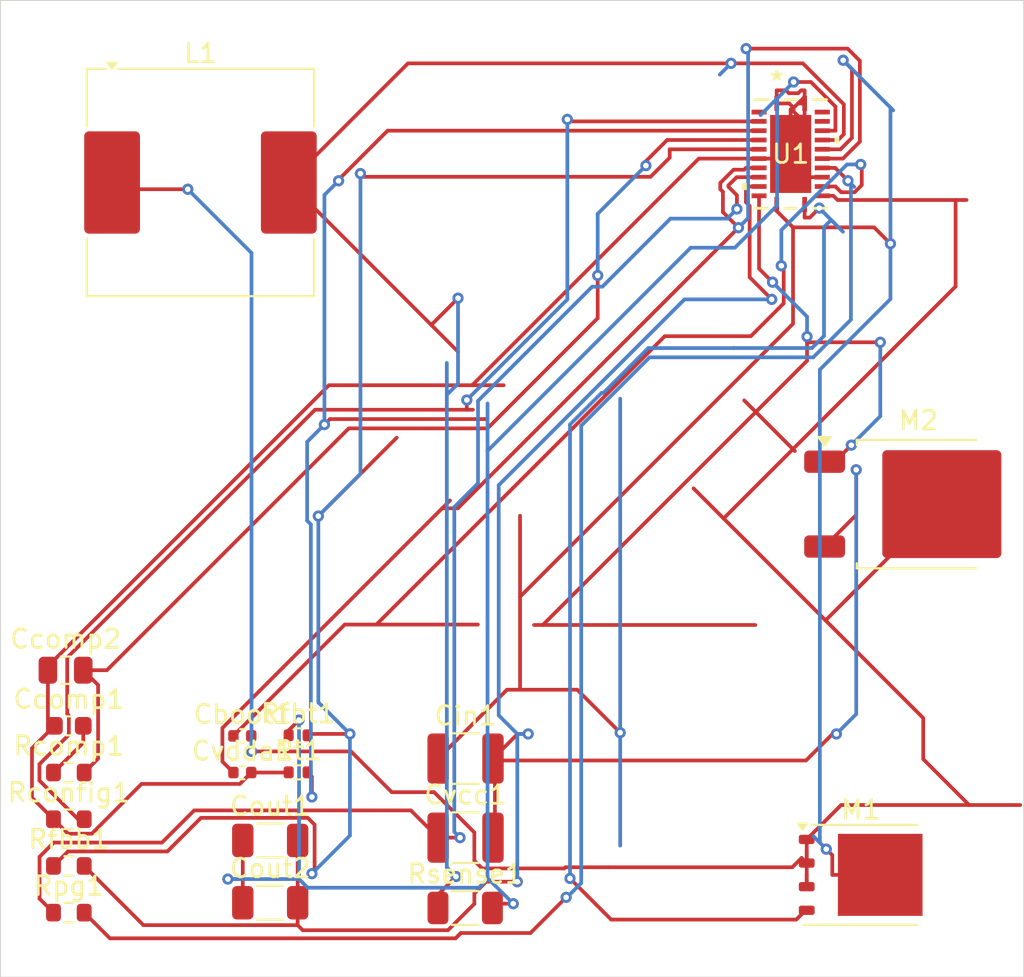
<source format=kicad_pcb>
(kicad_pcb (version 20241229) (generator "pcbnew") (generator_version "9.0")
  (layers (0 "F.Cu" signal) (2 "B.Cu" signal) (13 "F.Paste" user) (15 "B.Paste" user) (5 "F.SilkS" user "F.Silkscreen") (7 "B.SilkS" user "B.Silkscreen") (1 "F.Mask" user) (3 "B.Mask" user) (25 "Edge.Cuts" user))
  (net 0 "")
  (net 1 "Net-(Ccomp1-Pad2)")
  (net 2 "Net-(M2-D)")
  (net 3 "Net-(M1-G)")
  (net 4 "Net-(M2-G)")
  (net 5 "Net-(U1-CBOOT)")
  (net 6 "GNDREF")
  (net 7 "Net-(U1-EXTCOMP)")
  (net 8 "Net-(U1-VOUT)")
  (net 9 "Net-(U1-VCC)")
  (net 10 "Net-(U1-PFM{slash}SYNC)")
  (net 11 "Net-(U1-ISNS+)")
  (net 12 "Net-(U1-CNFG)")
  (net 13 "Net-(U1-FB)")
  (net 14 "Net-(U1-PG{slash}SYNCOUT)")
  (net 15 "Net-(U1-RT)")
  (net 19 "GNDPWR")
  (net 20 "VCC")
  (footprint "Capacitor_SMD:C_1210_3225Metric" (layer "F.Cu") (at 160.5 115.25)
    (property "Reference" "Cin1" (at 0 -2.3 0) (layer "F.SilkS"))
    (property "Value" "3.3u")
    (pad "1" smd roundrect (at -1.475 0) (size 1.15 2.7) (layers "F.Cu" "F.Mask" "F.Paste") (roundrect_rratio 0.217391) (net 20 "VCC"))
    (pad "2" smd roundrect (at 1.475 0) (size 1.15 2.7) (layers "F.Cu" "F.Mask" "F.Paste") (roundrect_rratio 0.217391) (net 19 "GNDPWR"))
  )
  (footprint "Resistor_SMD:R_0402_1005Metric" (layer "F.Cu") (at 151.5 114)
    (property "Reference" "Rfbt1" (at 0 -1.17 0) (layer "F.SilkS"))
    (property "Value" "232K")
    (pad "1" smd roundrect (at -0.51 0) (size 0.54 0.64) (layers "F.Cu" "F.Mask" "F.Paste") (net 8 "Net-(U1-VOUT)"))
    (pad "2" smd roundrect (at 0.51 0) (size 0.54 0.64) (layers "F.Cu" "F.Mask" "F.Paste") (net 13 "Net-(U1-FB)"))
  )
  (footprint "Resistor_SMD:R_0402_1005Metric" (layer "F.Cu") (at 151.5 115.99)
    (property "Reference" "Rt1" (at 0 -1.17 0) (layer "F.SilkS"))
    (property "Value" "29.4K")
    (pad "1" smd roundrect (at -0.51 0) (size 0.54 0.64) (layers "F.Cu" "F.Mask" "F.Paste") (net 6 "GNDREF"))
    (pad "2" smd roundrect (at 0.51 0) (size 0.54 0.64) (layers "F.Cu" "F.Mask" "F.Paste") (net 15 "Net-(U1-RT)"))
  )
  (footprint "Capacitor_SMD:C_0805_2012Metric" (layer "F.Cu") (at 139 110.5)
    (property "Reference" "Ccomp2" (at 0 -1.68 0) (layer "F.SilkS"))
    (property "Value" "68p")
    (pad "1" smd roundrect (at -0.95 0) (size 1 1.45) (layers "F.Cu" "F.Mask" "F.Paste") (net 6 "GNDREF"))
    (pad "2" smd roundrect (at 0.95 0) (size 1 1.45) (layers "F.Cu" "F.Mask" "F.Paste") (net 7 "Net-(U1-EXTCOMP)"))
  )
  (footprint "Inductor_SMD:L_Coilcraft_MSS1210-XXX" (layer "F.Cu") (at 146.25 84.285)
    (property "Reference" "L1" (at 0 -6.95 0) (layer "F.SilkS"))
    (property "Value" "10u")
    (pad "1" smd roundrect (at -4.75 0) (size 3 5.5) (layers "F.Cu" "F.Mask" "F.Paste") (roundrect_rratio 0.083333) (net 2 "Net-(M2-D)"))
    (pad "2" smd roundrect (at 4.75 0) (size 3 5.5) (layers "F.Cu" "F.Mask" "F.Paste") (roundrect_rratio 0.083333) (net 11 "Net-(U1-ISNS+)"))
  )
  (footprint "LM5149:VQFN24_RGY_TEX" (layer "F.Cu") (at 177.9747 82.75)
    (property "Reference" "U1" (at 0 0 0) (layer "F.SilkS"))
    (property "Value" "LM5149RGYR")
    (fp_text user "*" (at -0.75 -3.9068 0) (layer "F.SilkS"))
    (fp_text user "*" (at -0.75 -3.9068 0) (layer "F.SilkS"))
    (pad "1" smd rect (at -0.750001 -2.7154) (size 0.2548 0.807999) (layers "F.Cu" "F.Mask" "F.Paste") (net 6 "GNDREF"))
    (pad "2" smd rect (at -1.6994 -2.250001 90) (size 0.2548 0.807999) (layers "F.Cu" "F.Mask" "F.Paste"))
    (pad "3" smd rect (at -1.6994 -1.749999 90) (size 0.2548 0.807999) (layers "F.Cu" "F.Mask" "F.Paste") (net 12 "Net-(U1-CNFG)"))
    (pad "4" smd rect (at -1.6994 -1.25 90) (size 0.2548 0.807999) (layers "F.Cu" "F.Mask" "F.Paste") (net 15 "Net-(U1-RT)"))
    (pad "5" smd rect (at -1.6994 -0.750001 90) (size 0.2548 0.807999) (layers "F.Cu" "F.Mask" "F.Paste") (net 7 "Net-(U1-EXTCOMP)"))
    (pad "6" smd rect (at -1.6994 -0.25 90) (size 0.2548 0.807999) (layers "F.Cu" "F.Mask" "F.Paste") (net 13 "Net-(U1-FB)"))
    (pad "7" smd rect (at -1.6994 0.25 90) (size 0.2548 0.807999) (layers "F.Cu" "F.Mask" "F.Paste") (net 6 "GNDREF"))
    (pad "8" smd rect (at -1.6994 0.750001 90) (size 0.2548 0.807999) (layers "F.Cu" "F.Mask" "F.Paste") (net 10 "Net-(U1-PFM{slash}SYNC)"))
    (pad "9" smd rect (at -1.6994 1.25 90) (size 0.2548 0.807999) (layers "F.Cu" "F.Mask" "F.Paste") (net 9 "Net-(U1-VCC)"))
    (pad "10" smd rect (at -1.6994 1.749999 90) (size 0.2548 0.807999) (layers "F.Cu" "F.Mask" "F.Paste") (net 19 "GNDPWR"))
    (pad "11" smd rect (at -1.6994 2.250001 90) (size 0.2548 0.807999) (layers "F.Cu" "F.Mask" "F.Paste") (net 4 "Net-(M2-G)"))
    (pad "12" smd rect (at -0.750001 2.7154) (size 0.2548 0.807999) (layers "F.Cu" "F.Mask" "F.Paste") (net 20 "VCC"))
    (pad "13" smd rect (at 0.750001 2.7154) (size 0.2548 0.807999) (layers "F.Cu" "F.Mask" "F.Paste") (net 3 "Net-(M1-G)"))
    (pad "14" smd rect (at 1.6994 2.250001 90) (size 0.2548 0.807999) (layers "F.Cu" "F.Mask" "F.Paste") (net 2 "Net-(M2-D)"))
    (pad "15" smd rect (at 1.6994 1.749999 90) (size 0.2548 0.807999) (layers "F.Cu" "F.Mask" "F.Paste") (net 5 "Net-(U1-CBOOT)"))
    (pad "16" smd rect (at 1.6994 1.25 90) (size 0.2548 0.807999) (layers "F.Cu" "F.Mask" "F.Paste") (net 6 "GNDREF"))
    (pad "17" smd rect (at 1.6994 0.750001 90) (size 0.2548 0.807999) (layers "F.Cu" "F.Mask" "F.Paste") (net 14 "Net-(U1-PG{slash}SYNCOUT)"))
    (pad "18" smd rect (at 1.6994 0.25 90) (size 0.2548 0.807999) (layers "F.Cu" "F.Mask" "F.Paste") (net 10 "Net-(U1-PFM{slash}SYNC)"))
    (pad "19" smd rect (at 1.6994 -0.25 90) (size 0.2548 0.807999) (layers "F.Cu" "F.Mask" "F.Paste") (net 20 "VCC"))
    (pad "20" smd rect (at 1.6994 -0.750001 90) (size 0.2548 0.807999) (layers "F.Cu" "F.Mask" "F.Paste") (net 11 "Net-(U1-ISNS+)"))
    (pad "21" smd rect (at 1.6994 -1.25 90) (size 0.2548 0.807999) (layers "F.Cu" "F.Mask" "F.Paste") (net 8 "Net-(U1-VOUT)"))
    (pad "22" smd rect (at 1.6994 -1.749999 90) (size 0.2548 0.807999) (layers "F.Cu" "F.Mask" "F.Paste"))
    (pad "23" smd rect (at 1.6994 -2.250001 90) (size 0.2548 0.807999) (layers "F.Cu" "F.Mask" "F.Paste"))
    (pad "24" smd rect (at 0.750001 -2.7154) (size 0.2548 0.807999) (layers "F.Cu" "F.Mask" "F.Paste") (net 6 "GNDREF"))
    (pad "25" smd rect (at 0 0) (size 2.2098 4.191) (layers "F.Cu" "F.Mask" "F.Paste") (net 6 "GNDREF"))
  )
  (footprint "Resistor_SMD:R_0603_1608Metric" (layer "F.Cu") (at 139.175 123.53)
    (property "Reference" "Rpg1" (at 0 -1.43 0) (layer "F.SilkS"))
    (property "Value" "100k")
    (pad "1" smd roundrect (at -0.825 0) (size 0.8 0.95) (layers "F.Cu" "F.Mask" "F.Paste") (net 9 "Net-(U1-VCC)"))
    (pad "2" smd roundrect (at 0.825 0) (size 0.8 0.95) (layers "F.Cu" "F.Mask" "F.Paste") (net 14 "Net-(U1-PG{slash}SYNCOUT)"))
  )
  (footprint "Capacitor_SMD:C_0402_1005Metric" (layer "F.Cu") (at 148.5 114.03)
    (property "Reference" "Cboot1" (at 0 -1.16 0) (layer "F.SilkS"))
    (property "Value" "100n")
    (pad "1" smd roundrect (at -0.48 0) (size 0.56 0.62) (layers "F.Cu" "F.Mask" "F.Paste") (net 5 "Net-(U1-CBOOT)"))
    (pad "2" smd roundrect (at 0.48 0) (size 0.56 0.62) (layers "F.Cu" "F.Mask" "F.Paste") (net 2 "Net-(M2-D)"))
  )
  (footprint "Package_TO_SOT_SMD:TO-252-2" (layer "F.Cu") (at 184.84 101.5725)
    (property "Reference" "M2" (at 0 -4.5 0) (layer "F.SilkS"))
    (property "Value" "100V 200A")
    (pad "1" smd roundrect (at -5.04 -2.28) (size 2.2 1.2) (layers "F.Cu" "F.Mask" "F.Paste") (roundrect_rratio 0.208333) (net 4 "Net-(M2-G)"))
    (pad "2" smd roundrect (at 1.26 0) (size 6.4 5.8) (layers "F.Cu" "F.Mask") (roundrect_rratio 0.043103) (net 2 "Net-(M2-D)"))
    (pad "3" smd roundrect (at -5.04 2.28) (size 2.2 1.2) (layers "F.Cu" "F.Mask" "F.Paste") (roundrect_rratio 0.208333) (net 19 "GNDPWR"))
  )
  (footprint "Capacitor_SMD:C_0603_1608Metric" (layer "F.Cu") (at 139.175 113.49)
    (property "Reference" "Ccomp1" (at 0 -1.43 0) (layer "F.SilkS"))
    (property "Value" "2.7n")
    (pad "1" smd roundrect (at -0.775 0) (size 0.9 0.95) (layers "F.Cu" "F.Mask" "F.Paste") (net 6 "GNDREF"))
    (pad "2" smd roundrect (at 0.775 0) (size 0.9 0.95) (layers "F.Cu" "F.Mask" "F.Paste") (net 1 "Net-(Ccomp1-Pad2)"))
  )
  (footprint "Capacitor_SMD:C_1206_3216Metric" (layer "F.Cu") (at 150 123)
    (property "Reference" "Cout2" (at 0 -1.85 0) (layer "F.SilkS"))
    (property "Value" "4.7u")
    (pad "1" smd roundrect (at -1.475 0) (size 1.15 1.8) (layers "F.Cu" "F.Mask" "F.Paste") (roundrect_rratio 0.217391) (net 8 "Net-(U1-VOUT)"))
    (pad "2" smd roundrect (at 1.475 0) (size 1.15 1.8) (layers "F.Cu" "F.Mask" "F.Paste") (roundrect_rratio 0.217391) (net 19 "GNDPWR"))
  )
  (footprint "Package_TO_SOT_SMD:TDSON-8-1" (layer "F.Cu") (at 181.7385 121.5)
    (property "Reference" "M1" (at 0 -3.5 0) (layer "F.SilkS"))
    (property "Value" "80V 77A")
    (pad "1" smd roundrect (at -2.9 -1.905) (size 0.85 0.5) (layers "F.Cu" "F.Mask" "F.Paste") (net 2 "Net-(M2-D)"))
    (pad "2" smd roundrect (at -2.9 -0.635) (size 0.85 0.5) (layers "F.Cu" "F.Mask" "F.Paste") (net 2 "Net-(M2-D)"))
    (pad "3" smd roundrect (at -2.9 0.635) (size 0.85 0.5) (layers "F.Cu" "F.Mask" "F.Paste") (net 2 "Net-(M2-D)"))
    (pad "4" smd roundrect (at -2.9 1.905) (size 0.85 0.5) (layers "F.Cu" "F.Mask" "F.Paste") (net 3 "Net-(M1-G)"))
    (pad "5" smd rect (at 1.05 0) (size 4.55 4.41) (layers "F.Cu") (net 20 "VCC"))
  )
  (footprint "Capacitor_SMD:C_0402_1005Metric" (layer "F.Cu") (at 148.5 116)
    (property "Reference" "Cvdda1" (at 0 -1.16 0) (layer "F.SilkS"))
    (property "Value" "100n")
    (pad "1" smd roundrect (at -0.48 0) (size 0.56 0.62) (layers "F.Cu" "F.Mask" "F.Paste") (net 10 "Net-(U1-PFM{slash}SYNC)"))
    (pad "2" smd roundrect (at 0.48 0) (size 0.56 0.62) (layers "F.Cu" "F.Mask" "F.Paste") (net 6 "GNDREF"))
  )
  (footprint "Resistor_SMD:R_0603_1608Metric" (layer "F.Cu") (at 139.175 116)
    (property "Reference" "Rcomp1" (at 0 -1.43 0) (layer "F.SilkS"))
    (property "Value" "5.23k")
    (pad "1" smd roundrect (at -0.825 0) (size 0.8 0.95) (layers "F.Cu" "F.Mask" "F.Paste") (net 1 "Net-(Ccomp1-Pad2)"))
    (pad "2" smd roundrect (at 0.825 0) (size 0.8 0.95) (layers "F.Cu" "F.Mask" "F.Paste") (net 7 "Net-(U1-EXTCOMP)"))
  )
  (footprint "Resistor_SMD:R_0603_1608Metric" (layer "F.Cu") (at 139.175 118.51)
    (property "Reference" "Rconfig1" (at 0 -1.43 0) (layer "F.SilkS"))
    (property "Value" "40.2K")
    (pad "1" smd roundrect (at -0.825 0) (size 0.8 0.95) (layers "F.Cu" "F.Mask" "F.Paste") (net 6 "GNDREF"))
    (pad "2" smd roundrect (at 0.825 0) (size 0.8 0.95) (layers "F.Cu" "F.Mask" "F.Paste") (net 12 "Net-(U1-CNFG)"))
  )
  (footprint "Capacitor_SMD:C_1210_3225Metric" (layer "F.Cu") (at 160.5 119.5)
    (property "Reference" "Cvcc1" (at 0 -2.3 0) (layer "F.SilkS"))
    (property "Value" "2.2u")
    (pad "1" smd roundrect (at -1.475 0) (size 1.15 2.7) (layers "F.Cu" "F.Mask" "F.Paste") (roundrect_rratio 0.217391) (net 9 "Net-(U1-VCC)"))
    (pad "2" smd roundrect (at 1.475 0) (size 1.15 2.7) (layers "F.Cu" "F.Mask" "F.Paste") (roundrect_rratio 0.217391) (net 19 "GNDPWR"))
  )
  (footprint "Capacitor_SMD:C_1206_3216Metric" (layer "F.Cu") (at 150 119.65)
    (property "Reference" "Cout1" (at 0 -1.85 0) (layer "F.SilkS"))
    (property "Value" "4.7u")
    (pad "1" smd roundrect (at -1.475 0) (size 1.15 1.8) (layers "F.Cu" "F.Mask" "F.Paste") (roundrect_rratio 0.217391) (net 8 "Net-(U1-VOUT)"))
    (pad "2" smd roundrect (at 1.475 0) (size 1.15 1.8) (layers "F.Cu" "F.Mask" "F.Paste") (roundrect_rratio 0.217391) (net 19 "GNDPWR"))
  )
  (footprint "Resistor_SMD:R_0603_1608Metric" (layer "F.Cu") (at 139.175 121.02)
    (property "Reference" "Rfbb1" (at 0 -1.43 0) (layer "F.SilkS"))
    (property "Value" "10K")
    (pad "1" smd roundrect (at -0.825 0) (size 0.8 0.95) (layers "F.Cu" "F.Mask" "F.Paste") (net 13 "Net-(U1-FB)"))
    (pad "2" smd roundrect (at 0.825 0) (size 0.8 0.95) (layers "F.Cu" "F.Mask" "F.Paste") (net 19 "GNDPWR"))
  )
  (footprint "Resistor_SMD:R_1206_3216Metric" (layer "F.Cu") (at 160.48 123.28)
    (property "Reference" "Rsense1" (at 0 -1.83 0) (layer "F.SilkS"))
    (property "Value" "9m")
    (pad "1" smd roundrect (at -1.4625 0) (size 1.125 1.75) (layers "F.Cu" "F.Mask" "F.Paste") (roundrect_rratio 0.222222) (net 11 "Net-(U1-ISNS+)"))
    (pad "2" smd roundrect (at 1.4625 0) (size 1.125 1.75) (layers "F.Cu" "F.Mask" "F.Paste") (roundrect_rratio 0.222222) (net 8 "Net-(U1-VOUT)"))
  )
  (gr_rect (start 135.5 74.5) (end 190.5 127) (stroke (width 0.05)) (fill no) (layer "Edge.Cuts"))
  (segment (start 138.35 116) (end 139.95 114.4) (width 0.2) (layer "F.Cu") (net 1))
  (segment (start 139.95 114.4) (end 139.95 113.49) (width 0.2) (layer "F.Cu") (net 1))
  (segment (start 180.497 85.225) (end 186.84 85.225) (width 0.2) (layer "F.Cu") (net 2))
  (segment (start 186.84 89.8728) (end 174.37 102.343) (width 0.2) (layer "F.Cu") (net 2))
  (segment (start 178.838 120.865) (end 178.564 120.591) (width 0.2) (layer "F.Cu") (net 2))
  (segment (start 183.55 104.122) (end 182.0218 105.6502) (width 0.2) (layer "F.Cu") (net 2))
  (segment (start 168.176 121.091) (end 178.064 121.091) (width 0.2) (layer "F.Cu") (net 2))
  (segment (start 158.807 117.055) (end 156.532 117.055) (width 0.2) (layer "F.Cu") (net 2))
  (segment (start 186.0998 101.5722) (end 183.55 104.122) (width 0.2) (layer "F.Cu") (net 2))
  (segment (start 141.862 84.6469) (end 141.5 84.285) (width 0.2) (layer "F.Cu") (net 2))
  (segment (start 178.8385 119.595) (end 178.838 119.595) (width 0.2) (layer "F.Cu") (net 2))
  (segment (start 178.8385 121.5005) (end 178.8385 122.135) (width 0.2) (layer "F.Cu") (net 2))
  (segment (start 190.314 117.747) (end 187.567 117.747) (width 0.2) (layer "F.Cu") (net 2))
  (segment (start 178.838 121.5) (end 178.838 122.135) (width 0.2) (layer "F.Cu") (net 2))
  (segment (start 148.98 114.03) (end 148.994 114.044) (width 0.2) (layer "F.Cu") (net 2))
  (segment (start 148.994 114.044) (end 148.994 114.865) (width 0.2) (layer "F.Cu") (net 2))
  (segment (start 187.567 117.747) (end 185.1 115.28) (width 0.2) (layer "F.Cu") (net 2))
  (segment (start 161.387 121.154) (end 160.971 120.738) (width 0.2) (layer "F.Cu") (net 2))
  (segment (start 182.0218 105.6502) (end 182.0218 105.6504) (width 0.2) (layer "F.Cu") (net 2))
  (segment (start 145.569 84.6469) (end 141.862 84.6469) (width 0.2) (layer "F.Cu") (net 2))
  (segment (start 182.0218 105.6502) (end 180.925 106.747) (width 0.2) (layer "F.Cu") (net 2))
  (segment (start 178.838 121.5) (end 178.8385 121.5005) (width 0.2) (layer "F.Cu") (net 2))
  (segment (start 178.838 120.23) (end 178.8385 120.2305) (width 0.2) (layer "F.Cu") (net 2))
  (segment (start 154.342 114.865) (end 148.994 114.865) (width 0.2) (layer "F.Cu") (net 2))
  (segment (start 187.567 117.747) (end 180.686 117.747) (width 0.2) (layer "F.Cu") (net 2))
  (segment (start 186.0998 101.5723) (end 186.0998 101.5722) (width 0.2) (layer "F.Cu") (net 2))
  (segment (start 179.8499 107.8223) (end 185.1 113.072) (width 0.2) (layer "F.Cu") (net 2))
  (segment (start 179.674 85) (end 179.6741 85) (width 0.2) (layer "F.Cu") (net 2))
  (segment (start 183.55 104.122) (end 183.551 104.122) (width 0.2) (layer "F.Cu") (net 2))
  (segment (start 178.064 121.091) (end 178.564 120.591) (width 0.2) (layer "F.Cu") (net 2))
  (segment (start 178.838 119.595) (end 178.838 120.23) (width 0.2) (layer "F.Cu") (net 2))
  (segment (start 180.686 117.747) (end 178.838 119.595) (width 0.2) (layer "F.Cu") (net 2))
  (segment (start 182.0218 105.6504) (end 179.8499 107.8223) (width 0.2) (layer "F.Cu") (net 2))
  (segment (start 178.838 120.23) (end 178.838 120.865) (width 0.2) (layer "F.Cu") (net 2))
  (segment (start 183.551 104.122) (end 186.1 101.572) (width 0.2) (layer "F.Cu") (net 2))
  (segment (start 160.971 120.738) (end 160.971 119.219) (width 0.2) (layer "F.Cu") (net 2))
  (segment (start 180.272 85) (end 180.497 85.225) (width 0.2) (layer "F.Cu") (net 2))
  (segment (start 185.1 115.28) (end 185.1 113.072) (width 0.2) (layer "F.Cu") (net 2))
  (segment (start 156.532 117.055) (end 154.342 114.865) (width 0.2) (layer "F.Cu") (net 2))
  (segment (start 172.752 100.725) (end 174.37 102.343) (width 0.2) (layer "F.Cu") (net 2))
  (segment (start 168.176 121.091) (end 165.865 121.091) (width 0.2) (layer "F.Cu") (net 2))
  (segment (start 178.838 120.865) (end 178.838 121.5) (width 0.2) (layer "F.Cu") (net 2))
  (segment (start 186.84 85.225) (end 187.427 85.225) (width 0.2) (layer "F.Cu") (net 2))
  (segment (start 160.971 119.219) (end 158.807 117.055) (width 0.2) (layer "F.Cu") (net 2))
  (segment (start 186.1 101.572) (end 186.0998 101.5722) (width 0.2) (layer "F.Cu") (net 2))
  (segment (start 165.865 121.091) (end 165.803 121.154) (width 0.2) (layer "F.Cu") (net 2))
  (segment (start 186.84 85.225) (end 186.84 89.8728) (width 0.2) (layer "F.Cu") (net 2))
  (segment (start 174.37 102.343) (end 179.8499 107.8223) (width 0.2) (layer "F.Cu") (net 2))
  (segment (start 165.803 121.154) (end 161.387 121.154) (width 0.2) (layer "F.Cu") (net 2))
  (segment (start 186.1 101.5725) (end 186.0998 101.5723) (width 0.2) (layer "F.Cu") (net 2))
  (segment (start 178.8385 120.2305) (end 178.8385 120.865) (width 0.2) (layer "F.Cu") (net 2))
  (segment (start 179.6741 85) (end 180.272 85) (width 0.2) (layer "F.Cu") (net 2))
  (via (at 148.994 114.865) (size 0.6) (drill 0.3) (layers "F.Cu" "B.Cu") (net 2))
  (via (at 145.569 84.6469) (size 0.6) (drill 0.3) (layers "F.Cu" "B.Cu") (net 2))
  (segment (start 148.994 88.0723) (end 145.569 84.6469) (width 0.2) (layer "B.Cu") (net 2))
  (segment (start 148.994 114.865) (end 148.994 88.0723) (width 0.2) (layer "B.Cu") (net 2))
  (segment (start 178.7247 85.8179) (end 178.7247 85.4654) (width 0.2) (layer "F.Cu") (net 3))
  (segment (start 178.725 86.1711) (end 178.725 85.8182) (width 0.2) (layer "F.Cu") (net 3))
  (segment (start 178.776 123.405) (end 178.276 123.905) (width 0.2) (layer "F.Cu") (net 3))
  (segment (start 178.838 123.405) (end 178.776 123.405) (width 0.2) (layer "F.Cu") (net 3))
  (segment (start 178.276 123.905) (end 168.326 123.905) (width 0.2) (layer "F.Cu") (net 3))
  (segment (start 178.725 85.8182) (end 178.725 85.4654) (width 0.2) (layer "F.Cu") (net 3))
  (segment (start 178.725 85.8182) (end 178.7247 85.8179) (width 0.2) (layer "F.Cu") (net 3))
  (segment (start 178.8385 123.405) (end 178.838 123.405) (width 0.2) (layer "F.Cu") (net 3))
  (segment (start 178.776 123.405) (end 178.714 123.405) (width 0.2) (layer "F.Cu") (net 3))
  (segment (start 179.514 85.6618) (end 179.005 86.1711) (width 0.2) (layer "F.Cu") (net 3))
  (segment (start 179.005 86.1711) (end 178.725 86.1711) (width 0.2) (layer "F.Cu") (net 3))
  (segment (start 168.326 123.905) (end 166.114 121.693) (width 0.2) (layer "F.Cu") (net 3))
  (via (at 166.114 121.693) (size 0.6) (drill 0.3) (layers "F.Cu" "B.Cu") (net 3))
  (via (at 179.514 85.6618) (size 0.6) (drill 0.3) (layers "F.Cu" "B.Cu") (net 3))
  (segment (start 179.766 86.6842) (end 180.151 86.2988) (width 0.2) (layer "B.Cu") (net 3))
  (segment (start 179.514 85.6618) (end 180.151 86.2988) (width 0.2) (layer "B.Cu") (net 3))
  (segment (start 180.151 86.2988) (end 180.788 86.9359) (width 0.2) (layer "B.Cu") (net 3))
  (segment (start 174.906 93.1844) (end 174.907 93.1829) (width 0.2) (layer "B.Cu") (net 3))
  (segment (start 179.12 93.1829) (end 179.766 92.537) (width 0.2) (layer "B.Cu") (net 3))
  (segment (start 167.911 95.5935) (end 170.32 93.1844) (width 0.2) (layer "B.Cu") (net 3))
  (segment (start 170.32 93.1844) (end 174.906 93.1844) (width 0.2) (layer "B.Cu") (net 3))
  (segment (start 166.114 97.2933) (end 167.814 95.5935) (width 0.2) (layer "B.Cu") (net 3))
  (segment (start 166.114 121.693) (end 166.114 97.2933) (width 0.2) (layer "B.Cu") (net 3))
  (segment (start 167.814 95.5935) (end 167.911 95.5935) (width 0.2) (layer "B.Cu") (net 3))
  (segment (start 174.907 93.1829) (end 179.12 93.1829) (width 0.2) (layer "B.Cu") (net 3))
  (segment (start 179.766 92.537) (end 179.766 86.6842) (width 0.2) (layer "B.Cu") (net 3))
  (segment (start 176.1011 96.6206) (end 178.2 98.7195) (width 0.2) (layer "F.Cu") (net 4))
  (segment (start 176.275 88.9174) (end 176.999 89.6415) (width 0.2) (layer "F.Cu") (net 4))
  (segment (start 176.1011 96.6206) (end 178.855 93.8666) (width 0.2) (layer "F.Cu") (net 4))
  (segment (start 164.18 108.069) (end 164.653 108.069) (width 0.2) (layer "F.Cu") (net 4))
  (segment (start 178.855 92.8732) (end 178.855 92.5693) (width 0.2) (layer "F.Cu") (net 4))
  (segment (start 178.855 93.8666) (end 178.855 92.8732) (width 0.2) (layer "F.Cu") (net 4))
  (segment (start 176.2753 85) (end 176.275 85) (width 0.2) (layer "F.Cu") (net 4))
  (segment (start 164.653 108.069) (end 176.1011 96.6206) (width 0.2) (layer "F.Cu") (net 4))
  (segment (start 164.653 108.069) (end 176.077 108.069) (width 0.2) (layer "F.Cu") (net 4))
  (segment (start 175.477 95.9965) (end 176.1011 96.6206) (width 0.2) (layer "F.Cu") (net 4))
  (segment (start 179.8 99.2925) (end 179.8 99.2922) (width 0.2) (layer "F.Cu") (net 4))
  (segment (start 178.855 92.8732) (end 182.7915 92.8732) (width 0.2) (layer "F.Cu") (net 4))
  (segment (start 179.8 99.2922) (end 179.8 99.292) (width 0.2) (layer "F.Cu") (net 4))
  (segment (start 176.275 85) (end 176.275 88.9174) (width 0.2) (layer "F.Cu") (net 4))
  (segment (start 179.8 99.2922) (end 180.346 99.2922) (width 0.2) (layer "F.Cu") (net 4))
  (segment (start 180.346 99.2922) (end 181.2357 98.4025) (width 0.2) (layer "F.Cu") (net 4))
  (via (at 182.7915 92.8732) (size 0.6) (drill 0.3) (layers "F.Cu" "B.Cu") (net 4))
  (via (at 176.999 89.6415) (size 0.6) (drill 0.3) (layers "F.Cu" "B.Cu") (net 4))
  (via (at 181.2357 98.4025) (size 0.6) (drill 0.3) (layers "F.Cu" "B.Cu") (net 4))
  (via (at 178.855 92.5693) (size 0.6) (drill 0.3) (layers "F.Cu" "B.Cu") (net 4))
  (segment (start 181.2357 98.4025) (end 182.7915 96.8467) (width 0.2) (layer "B.Cu") (net 4))
  (segment (start 178.855 92.5693) (end 178.855 91.4967) (width 0.2) (layer "B.Cu") (net 4))
  (segment (start 178.855 91.4967) (end 176.999 89.6415) (width 0.2) (layer "B.Cu") (net 4))
  (segment (start 182.7915 96.8467) (end 182.7915 92.8732) (width 0.2) (layer "B.Cu") (net 4))
  (segment (start 161.16 108.046) (end 155.707 108.046) (width 0.2) (layer "F.Cu") (net 5))
  (segment (start 180.69 84.8078) (end 180.383 84.5) (width 0.2) (layer "F.Cu") (net 5))
  (segment (start 181.796 84.4237) (end 181.412 84.8078) (width 0.2) (layer "F.Cu") (net 5))
  (segment (start 181.412 84.8078) (end 180.69 84.8078) (width 0.2) (layer "F.Cu") (net 5))
  (segment (start 177.601 88.8888) (end 177.472 88.7595) (width 0.2) (layer "F.Cu") (net 5))
  (segment (start 177.601 90.7788) (end 177.601 88.8888) (width 0.2) (layer "F.Cu") (net 5))
  (segment (start 154.004 108.046) (end 148.02 114.03) (width 0.2) (layer "F.Cu") (net 5))
  (segment (start 180.383 84.5) (end 179.6741 84.5) (width 0.2) (layer "F.Cu") (net 5))
  (segment (start 181.739 83.3132) (end 181.796 83.3699) (width 0.2) (layer "F.Cu") (net 5))
  (segment (start 155.707 108.046) (end 171.208 92.5456) (width 0.2) (layer "F.Cu") (net 5))
  (segment (start 175.834 92.5456) (end 177.601 90.7788) (width 0.2) (layer "F.Cu") (net 5))
  (segment (start 171.208 92.5456) (end 175.834 92.5456) (width 0.2) (layer "F.Cu") (net 5))
  (segment (start 155.707 108.046) (end 154.004 108.046) (width 0.2) (layer "F.Cu") (net 5))
  (segment (start 179.6741 84.5) (end 179.674 84.5) (width 0.2) (layer "F.Cu") (net 5))
  (segment (start 181.796 83.3699) (end 181.796 84.4237) (width 0.2) (layer "F.Cu") (net 5))
  (via (at 181.739 83.3132) (size 0.6) (drill 0.3) (layers "F.Cu" "B.Cu") (net 5))
  (via (at 177.472 88.7595) (size 0.6) (drill 0.3) (layers "F.Cu" "B.Cu") (net 5))
  (segment (start 177.472 86.8448) (end 181.003 83.3132) (width 0.2) (layer "B.Cu") (net 5))
  (segment (start 177.472 88.7595) (end 177.472 86.8448) (width 0.2) (layer "B.Cu") (net 5))
  (segment (start 181.003 83.3132) (end 181.739 83.3132) (width 0.2) (layer "B.Cu") (net 5))
  (segment (start 137.194 117.354) (end 138.35 118.51) (width 0.2) (layer "F.Cu") (net 6))
  (segment (start 150.98 116) (end 148.98 116) (width 0.2) (layer "F.Cu") (net 6))
  (segment (start 177.975 80.3528) (end 177.975 82.75) (width 0.2) (layer "F.Cu") (net 6))
  (segment (start 178.372 80.0346) (end 178.134 80.2726) (width 0.2) (layer "F.Cu") (net 6))
  (segment (start 178.537 79.3289) (end 178.725 79.3289) (width 0.2) (layer "F.Cu") (net 6))
  (segment (start 177.9747 82.75) (end 177.9748 82.7501) (width 0.2) (layer "F.Cu") (net 6))
  (segment (start 177.9748 82.7501) (end 177.975 82.7501) (width 0.2) (layer "F.Cu") (net 6))
  (segment (start 177.896 80.0346) (end 178.134 80.2726) (width 0.2) (layer "F.Cu") (net 6))
  (segment (start 178.7247 80.0346) (end 178.372 80.0346) (width 0.2) (layer "F.Cu") (net 6))
  (segment (start 178.403 80.7403) (end 178.134 80.4718) (width 0.2) (layer "F.Cu") (net 6))
  (segment (start 160.88 95.156) (end 160.88 95.1817) (width 0.2) (layer "F.Cu") (net 6))
  (segment (start 178.725 80.7403) (end 178.403 80.7403) (width 0.2) (layer "F.Cu") (net 6))
  (segment (start 177.225 80.0346) (end 177.225 79.3289) (width 0.2) (layer "F.Cu") (net 6))
  (segment (start 177.975 82.7501) (end 177.847 82.8781) (width 0.2) (layer "F.Cu") (net 6))
  (segment (start 138.4 113.49) (end 137.194 114.696) (width 0.2) (layer "F.Cu") (net 6))
  (segment (start 177.225 79.3289) (end 177.726 79.3289) (width 0.2) (layer "F.Cu") (net 6))
  (segment (start 179.6741 84) (end 179.674 84) (width 0.2) (layer "F.Cu") (net 6))
  (segment (start 140.408 119.288) (end 139.128 119.288) (width 0.2) (layer "F.Cu") (net 6))
  (segment (start 178.968 84) (end 177.847 82.8781) (width 0.2) (layer "F.Cu") (net 6))
  (segment (start 153.155 95.1817) (end 138.05 110.287) (width 0.2) (layer "F.Cu") (net 6))
  (segment (start 160.88 95.1817) (end 153.155 95.1817) (width 0.2) (layer "F.Cu") (net 6))
  (segment (start 178.134 80.2726) (end 178.054 80.3528) (width 0.2) (layer "F.Cu") (net 6))
  (segment (start 177.2247 80.0346) (end 177.225 80.0346) (width 0.2) (layer "F.Cu") (net 6))
  (segment (start 178.725 79.6817) (end 178.725 80.7403) (width 0.2) (layer "F.Cu") (net 6))
  (segment (start 138.4 113.49) (end 138.05 113.14) (width 0.2) (layer "F.Cu") (net 6))
  (segment (start 179.674 84) (end 178.968 84) (width 0.2) (layer "F.Cu") (net 6))
  (segment (start 138.05 113.14) (end 138.05 110.5) (width 0.2) (layer "F.Cu") (net 6))
  (segment (start 139.128 119.288) (end 138.35 118.51) (width 0.2) (layer "F.Cu") (net 6))
  (segment (start 148.98 116) (end 148.368 116.612) (width 0.2) (layer "F.Cu") (net 6))
  (segment (start 173.036 83) (end 160.88 95.156) (width 0.2) (layer "F.Cu") (net 6))
  (segment (start 177.225 80.0346) (end 177.896 80.0346) (width 0.2) (layer "F.Cu") (net 6))
  (segment (start 162.551 95.1817) (end 160.88 95.1817) (width 0.2) (layer "F.Cu") (net 6))
  (segment (start 176.2753 83) (end 173.036 83) (width 0.2) (layer "F.Cu") (net 6))
  (segment (start 178.725 79.6817) (end 178.372 80.0346) (width 0.2) (layer "F.Cu") (net 6))
  (segment (start 148.368 116.612) (end 143.084 116.612) (width 0.2) (layer "F.Cu") (net 6))
  (segment (start 178.134 80.4718) (end 178.134 80.2726) (width 0.2) (layer "F.Cu") (net 6))
  (segment (start 177.726 79.3289) (end 177.883 79.4853) (width 0.2) (layer "F.Cu") (net 6))
  (segment (start 177.975 82.75) (end 177.975 82.7501) (width 0.2) (layer "F.Cu") (net 6))
  (segment (start 177.847 82.8781) (end 177.725 83) (width 0.2) (layer "F.Cu") (net 6))
  (segment (start 138.05 110.287) (end 138.05 110.5) (width 0.2) (layer "F.Cu") (net 6))
  (segment (start 137.194 114.696) (end 137.194 117.354) (width 0.2) (layer "F.Cu") (net 6))
  (segment (start 178.725 79.3289) (end 178.725 79.6817) (width 0.2) (layer "F.Cu") (net 6))
  (segment (start 150.99 115.99) (end 150.98 116) (width 0.2) (layer "F.Cu") (net 6))
  (segment (start 177.883 79.4853) (end 178.381 79.4853) (width 0.2) (layer "F.Cu") (net 6))
  (segment (start 178.381 79.4853) (end 178.537 79.3289) (width 0.2) (layer "F.Cu") (net 6))
  (segment (start 143.084 116.612) (end 140.408 119.288) (width 0.2) (layer "F.Cu") (net 6))
  (segment (start 177.975 82.75) (end 177.975 82.7501) (width 0.2) (layer "F.Cu") (net 6))
  (segment (start 177.725 83) (end 176.2753 83) (width 0.2) (layer "F.Cu") (net 6))
  (segment (start 178.054 80.3528) (end 177.975 80.3528) (width 0.2) (layer "F.Cu") (net 6))
  (segment (start 139.95 110.5) (end 141.221 110.5) (width 0.2) (layer "F.Cu") (net 7))
  (segment (start 167.603 91.5762) (end 167.603 89.2837) (width 0.2) (layer "F.Cu") (net 7))
  (segment (start 161.68 97.5) (end 167.603 91.5762) (width 0.2) (layer "F.Cu") (net 7))
  (segment (start 176.2753 82) (end 176.275 82) (width 0.2) (layer "F.Cu") (net 7))
  (segment (start 140.747 111.297) (end 139.95 110.5) (width 0.2) (layer "F.Cu") (net 7))
  (segment (start 141.221 110.5) (end 154.221 97.5) (width 0.2) (layer "F.Cu") (net 7))
  (segment (start 170.194 83.376) (end 170.194 83.1403) (width 0.2) (layer "F.Cu") (net 7))
  (segment (start 140.747 115.253) (end 140.747 111.297) (width 0.2) (layer "F.Cu") (net 7))
  (segment (start 170.194 83.1403) (end 171.335 82) (width 0.2) (layer "F.Cu") (net 7))
  (segment (start 140 116) (end 140.747 115.253) (width 0.2) (layer "F.Cu") (net 7))
  (segment (start 154.221 97.5) (end 161.68 97.5) (width 0.2) (layer "F.Cu") (net 7))
  (segment (start 171.335 82) (end 176.275 82) (width 0.2) (layer "F.Cu") (net 7))
  (via (at 170.194 83.376) (size 0.6) (drill 0.3) (layers "F.Cu" "B.Cu") (net 7))
  (via (at 167.603 89.2837) (size 0.6) (drill 0.3) (layers "F.Cu" "B.Cu") (net 7))
  (segment (start 167.603 85.967) (end 170.194 83.376) (width 0.2) (layer "B.Cu") (net 7))
  (segment (start 167.603 89.2837) (end 167.603 85.967) (width 0.2) (layer "B.Cu") (net 7))
  (segment (start 148.525 121.727) (end 148.525 123) (width 0.2) (layer "F.Cu") (net 8))
  (segment (start 163.063 123.05) (end 162.173 123.05) (width 0.2) (layer "F.Cu") (net 8))
  (segment (start 162 123.2225) (end 161.9423 123.2798) (width 0.2) (layer "F.Cu") (net 8))
  (segment (start 162 123.2225) (end 161.9423 123.2798) (width 0.2) (layer "F.Cu") (net 8))
  (segment (start 180.38 80.2007) (end 179.063 78.8836) (width 0.2) (layer "F.Cu") (net 8))
  (segment (start 162.058 123.165) (end 162 123.2225) (width 0.2) (layer "F.Cu") (net 8))
  (segment (start 148.525 121.727) (end 147.723 121.727) (width 0.2) (layer "F.Cu") (net 8))
  (segment (start 179.674 81.5) (end 179.6741 81.5) (width 0.2) (layer "F.Cu") (net 8))
  (segment (start 162 123.2225) (end 161.9425 123.28) (width 0.2) (layer "F.Cu") (net 8))
  (segment (start 151.548 113.178) (end 150.99 113.736) (width 0.2) (layer "F.Cu") (net 8))
  (segment (start 180.38 81.5) (end 180.38 80.2007) (width 0.2) (layer "F.Cu") (net 8))
  (segment (start 150.99 113.736) (end 150.99 114) (width 0.2) (layer "F.Cu") (net 8))
  (segment (start 148.525 119.65) (end 148.525 121.727) (width 0.2) (layer "F.Cu") (net 8))
  (segment (start 162.173 123.05) (end 162.058 123.165) (width 0.2) (layer "F.Cu") (net 8))
  (segment (start 179.063 78.8836) (end 178.132 78.8836) (width 0.2) (layer "F.Cu") (net 8))
  (segment (start 179.6741 81.5) (end 180.38 81.5) (width 0.2) (layer "F.Cu") (net 8))
  (segment (start 162.058 123.165) (end 162 123.2225) (width 0.2) (layer "F.Cu") (net 8))
  (via (at 151.548 113.178) (size 0.6) (drill 0.3) (layers "F.Cu" "B.Cu") (net 8))
  (via (at 163.063 123.05) (size 0.6) (drill 0.3) (layers "F.Cu" "B.Cu") (net 8))
  (via (at 147.723 121.727) (size 0.6) (drill 0.3) (layers "F.Cu" "B.Cu") (net 8))
  (via (at 178.132 78.8836) (size 0.6) (drill 0.3) (layers "F.Cu" "B.Cu") (net 8))
  (segment (start 177.244 79.7721) (end 176.355 80.6606) (width 0.2) (layer "B.Cu") (net 8))
  (segment (start 161.681 96.1606) (end 161.681 98.7114) (width 0.2) (layer "B.Cu") (net 8))
  (segment (start 174.975 87.7902) (end 172.602 87.7902) (width 0.2) (layer "B.Cu") (net 8))
  (segment (start 151.548 121.727) (end 151.548 113.178) (width 0.2) (layer "B.Cu") (net 8))
  (segment (start 178.132 78.8836) (end 177.244 79.7721) (width 0.2) (layer "B.Cu") (net 8))
  (segment (start 161.215 122.192) (end 161.681 121.727) (width 0.2) (layer "B.Cu") (net 8))
  (segment (start 152.014 122.192) (end 161.215 122.192) (width 0.2) (layer "B.Cu") (net 8))
  (segment (start 177.244 85.5217) (end 174.975 87.7902) (width 0.2) (layer "B.Cu") (net 8))
  (segment (start 161.74 121.727) (end 163.063 123.05) (width 0.2) (layer "B.Cu") (net 8))
  (segment (start 172.602 87.7902) (end 161.681 98.7114) (width 0.2) (layer "B.Cu") (net 8))
  (segment (start 161.681 121.727) (end 161.74 121.727) (width 0.2) (layer "B.Cu") (net 8))
  (segment (start 161.681 98.7114) (end 161.681 121.727) (width 0.2) (layer "B.Cu") (net 8))
  (segment (start 151.548 121.727) (end 152.014 122.192) (width 0.2) (layer "B.Cu") (net 8))
  (segment (start 177.244 79.7721) (end 177.244 85.5217) (width 0.2) (layer "B.Cu") (net 8))
  (segment (start 147.723 121.727) (end 151.548 121.727) (width 0.2) (layer "B.Cu") (net 8))
  (segment (start 144.182 119.765) (end 138.363 119.765) (width 0.2) (layer "F.Cu") (net 9))
  (segment (start 145.912 118.036) (end 144.182 119.765) (width 0.2) (layer "F.Cu") (net 9))
  (segment (start 159.025 119.5) (end 160.203 119.5) (width 0.2) (layer "F.Cu") (net 9))
  (segment (start 137.601 120.528) (end 137.601 122.781) (width 0.2) (layer "F.Cu") (net 9))
  (segment (start 174.634 84.5178) (end 174.634 84.4352) (width 0.2) (layer "F.Cu") (net 9))
  (segment (start 138.363 119.765) (end 137.601 120.528) (width 0.2) (layer "F.Cu") (net 9))
  (segment (start 174.634 84.4352) (end 175.07 84) (width 0.2) (layer "F.Cu") (net 9))
  (segment (start 137.601 122.781) (end 138.35 123.53) (width 0.2) (layer "F.Cu") (net 9))
  (segment (start 175.085 84.9687) (end 174.634 84.5178) (width 0.2) (layer "F.Cu") (net 9))
  (segment (start 175.085 85.71) (end 175.085 84.9687) (width 0.2) (layer "F.Cu") (net 9))
  (segment (start 175.07 84) (end 176.275 84) (width 0.2) (layer "F.Cu") (net 9))
  (segment (start 176.2753 84) (end 176.275 84) (width 0.2) (layer "F.Cu") (net 9))
  (segment (start 157.56 118.036) (end 145.912 118.036) (width 0.2) (layer "F.Cu") (net 9))
  (segment (start 159.025 119.5) (end 157.56 118.036) (width 0.2) (layer "F.Cu") (net 9))
  (via (at 160.203 119.5) (size 0.6) (drill 0.3) (layers "F.Cu" "B.Cu") (net 9))
  (via (at 175.085 85.71) (size 0.6) (drill 0.3) (layers "F.Cu" "B.Cu") (net 9))
  (segment (start 174.568 86.2276) (end 175.085 85.71) (width 0.2) (layer "B.Cu") (net 9))
  (segment (start 159.894 101.728) (end 161.169 100.453) (width 0.2) (layer "B.Cu") (net 9))
  (segment (start 161.169 96.0232) (end 167.306 89.8854) (width 0.2) (layer "B.Cu") (net 9))
  (segment (start 161.169 100.453) (end 161.169 96.0232) (width 0.2) (layer "B.Cu") (net 9))
  (segment (start 160.203 119.5) (end 159.894 119.191) (width 0.2) (layer "B.Cu") (net 9))
  (segment (start 167.853 89.8854) (end 171.51 86.2276) (width 0.2) (layer "B.Cu") (net 9))
  (segment (start 159.894 119.191) (end 159.894 101.728) (width 0.2) (layer "B.Cu") (net 9))
  (segment (start 171.51 86.2276) (end 174.568 86.2276) (width 0.2) (layer "B.Cu") (net 9))
  (segment (start 167.306 89.8854) (end 167.853 89.8854) (width 0.2) (layer "B.Cu") (net 9))
  (segment (start 147.43 113.608) (end 159.242 101.796) (width 0.2) (layer "F.Cu") (net 10))
  (segment (start 159.242 101.796) (end 160.087 101.796) (width 0.2) (layer "F.Cu") (net 10))
  (segment (start 176.2753 83.5) (end 176.275 83.5) (width 0.2) (layer "F.Cu") (net 10))
  (segment (start 175.57 83.5) (end 175.471 83.5983) (width 0.2) (layer "F.Cu") (net 10))
  (segment (start 181.037 77.0891) (end 175.58 77.0891) (width 0.2) (layer "F.Cu") (net 10))
  (segment (start 179.674 83) (end 179.6741 83) (width 0.2) (layer "F.Cu") (net 10))
  (segment (start 176.275 83.5) (end 175.57 83.5) (width 0.2) (layer "F.Cu") (net 10))
  (segment (start 148.02 116) (end 147.43 115.41) (width 0.2) (layer "F.Cu") (net 10))
  (segment (start 174.903 83.5983) (end 174.191 84.3102) (width 0.2) (layer "F.Cu") (net 10))
  (segment (start 181.694 77.7455) (end 181.037 77.0891) (width 0.2) (layer "F.Cu") (net 10))
  (segment (start 180.784 83) (end 181.694 82.0901) (width 0.2) (layer "F.Cu") (net 10))
  (segment (start 174.334 85.8781) (end 175.169 86.7137) (width 0.2) (layer "F.Cu") (net 10))
  (segment (start 179.6741 83) (end 180.784 83) (width 0.2) (layer "F.Cu") (net 10))
  (segment (start 181.694 82.0901) (end 181.694 77.7455) (width 0.2) (layer "F.Cu") (net 10))
  (segment (start 175.471 83.5983) (end 174.903 83.5983) (width 0.2) (layer "F.Cu") (net 10))
  (segment (start 174.191 84.6428) (end 174.334 84.7852) (width 0.2) (layer "F.Cu") (net 10))
  (segment (start 147.43 115.41) (end 147.43 113.608) (width 0.2) (layer "F.Cu") (net 10))
  (segment (start 160.087 101.796) (end 175.169 86.7137) (width 0.2) (layer "F.Cu") (net 10))
  (segment (start 159.242 101.796) (end 159.66 101.378) (width 0.2) (layer "F.Cu") (net 10))
  (segment (start 174.334 84.7852) (end 174.334 85.8781) (width 0.2) (layer "F.Cu") (net 10))
  (segment (start 174.191 84.3102) (end 174.191 84.6428) (width 0.2) (layer "F.Cu") (net 10))
  (via (at 175.169 86.7137) (size 0.6) (drill 0.3) (layers "F.Cu" "B.Cu") (net 10))
  (via (at 175.58 77.0891) (size 0.6) (drill 0.3) (layers "F.Cu" "B.Cu") (net 10))
  (segment (start 175.169 86.7137) (end 175.687 86.1961) (width 0.2) (layer "B.Cu") (net 10))
  (segment (start 175.687 77.1965) (end 175.58 77.0891) (width 0.2) (layer "B.Cu") (net 10))
  (segment (start 175.687 86.1961) (end 175.687 77.1965) (width 0.2) (layer "B.Cu") (net 10))
  (segment (start 174.769 77.8801) (end 157.405 77.8801) (width 0.2) (layer "F.Cu") (net 11))
  (segment (start 151 84.285) (end 158.656 91.9413) (width 0.2) (layer "F.Cu") (net 11))
  (segment (start 159.018 122.92) (end 159.018 123.28) (width 0.2) (layer "F.Cu") (net 11))
  (segment (start 159.018 122.92) (end 159.018 123.28) (width 0.2) (layer "F.Cu") (net 11))
  (segment (start 178.63 77.8801) (end 180.833 80.0834) (width 0.2) (layer "F.Cu") (net 11))
  (segment (start 159.986 121.591) (end 159.018 122.559) (width 0.2) (layer "F.Cu") (net 11))
  (segment (start 159.0175 123.28) (end 159.018 123.28) (width 0.2) (layer "F.Cu") (net 11))
  (segment (start 160.094 90.5013) (end 160.094 90.5036) (width 0.2) (layer "F.Cu") (net 11))
  (segment (start 160.094 90.5036) (end 158.656 91.9413) (width 0.2) (layer "F.Cu") (net 11))
  (segment (start 174.769 77.8801) (end 178.63 77.8801) (width 0.2) (layer "F.Cu") (net 11))
  (segment (start 158.656 91.9413) (end 160.095 93.3801) (width 0.2) (layer "F.Cu") (net 11))
  (segment (start 159.018 122.559) (end 159.018 122.92) (width 0.2) (layer "F.Cu") (net 11))
  (segment (start 157.405 77.8801) (end 151 84.285) (width 0.2) (layer "F.Cu") (net 11))
  (segment (start 179.6741 82) (end 179.674 82) (width 0.2) (layer "F.Cu") (net 11))
  (segment (start 180.833 81.6891) (end 180.522 82) (width 0.2) (layer "F.Cu") (net 11))
  (segment (start 180.833 80.0834) (end 180.833 81.6891) (width 0.2) (layer "F.Cu") (net 11))
  (segment (start 180.522 82) (end 179.6741 82) (width 0.2) (layer "F.Cu") (net 11))
  (via (at 174.769 77.8801) (size 0.6) (drill 0.3) (layers "F.Cu" "B.Cu") (net 11))
  (via (at 159.986 121.591) (size 0.6) (drill 0.3) (layers "F.Cu" "B.Cu") (net 11))
  (via (at 160.094 90.5013) (size 0.6) (drill 0.3) (layers "F.Cu" "B.Cu") (net 11))
  (segment (start 159.492 121.097) (end 159.986 121.591) (width 0.2) (layer "B.Cu") (net 11))
  (segment (start 160.094 95.0982) (end 160.094 90.5013) (width 0.2) (layer "B.Cu") (net 11))
  (segment (start 159.492 95.7001) (end 160.094 95.0982) (width 0.2) (layer "B.Cu") (net 11))
  (segment (start 159.492 93.9833) (end 159.492 95.7001) (width 0.2) (layer "B.Cu") (net 11))
  (segment (start 174.769 77.8801) (end 174.166 78.4833) (width 0.2) (layer "B.Cu") (net 11))
  (segment (start 159.492 95.7001) (end 159.492 121.097) (width 0.2) (layer "B.Cu") (net 11))
  (segment (start 166.078 81) (end 165.97 80.8922) (width 0.2) (layer "F.Cu") (net 12))
  (segment (start 160.896 96.5) (end 160.567 96.5) (width 0.2) (layer "F.Cu") (net 12))
  (segment (start 139.088 109.82) (end 139.088 112.85) (width 0.2) (layer "F.Cu") (net 12))
  (segment (start 152.408 96.5) (end 139.088 109.82) (width 0.2) (layer "F.Cu") (net 12))
  (segment (start 139.175 112.938) (end 139.175 113.972) (width 0.2) (layer "F.Cu") (net 12))
  (segment (start 160.567 96.5) (end 152.408 96.5) (width 0.2) (layer "F.Cu") (net 12))
  (segment (start 137.595 116.431) (end 139.674 118.51) (width 0.2) (layer "F.Cu") (net 12))
  (segment (start 176.275 81) (end 166.078 81) (width 0.2) (layer "F.Cu") (net 12))
  (segment (start 160.567 95.9744) (end 160.567 96.5) (width 0.2) (layer "F.Cu") (net 12))
  (segment (start 139.674 118.51) (end 140 118.51) (width 0.2) (layer "F.Cu") (net 12))
  (segment (start 137.595 115.552) (end 137.595 116.431) (width 0.2) (layer "F.Cu") (net 12))
  (segment (start 176.2753 81) (end 176.275 81) (width 0.2) (layer "F.Cu") (net 12))
  (segment (start 139.175 113.972) (end 137.595 115.552) (width 0.2) (layer "F.Cu") (net 12))
  (segment (start 139.088 112.85) (end 139.175 112.938) (width 0.2) (layer "F.Cu") (net 12))
  (via (at 165.97 80.8922) (size 0.6) (drill 0.3) (layers "F.Cu" "B.Cu") (net 12))
  (via (at 160.567 95.9744) (size 0.6) (drill 0.3) (layers "F.Cu" "B.Cu") (net 12))
  (segment (start 165.97 90.5709) (end 160.567 95.9744) (width 0.2) (layer "B.Cu") (net 12))
  (segment (start 165.97 80.8922) (end 165.97 90.5709) (width 0.2) (layer "B.Cu") (net 12))
  (segment (start 146.278 118.437) (end 152.019 118.437) (width 0.2) (layer "F.Cu") (net 13))
  (segment (start 144.472 120.242) (end 146.278 118.437) (width 0.2) (layer "F.Cu") (net 13))
  (segment (start 152.386 121.29) (end 152.24 121.436) (width 0.2) (layer "F.Cu") (net 13))
  (segment (start 176.2753 82.5) (end 176.275 82.5) (width 0.2) (layer "F.Cu") (net 13))
  (segment (start 171.474 82.5) (end 176.275 82.5) (width 0.2) (layer "F.Cu") (net 13))
  (segment (start 156.8 98) (end 152.586 102.214) (width 0.2) (layer "F.Cu") (net 13))
  (segment (start 155.02 83.9777) (end 170.444 83.9777) (width 0.2) (layer "F.Cu") (net 13))
  (segment (start 152.386 118.805) (end 152.386 121.29) (width 0.2) (layer "F.Cu") (net 13))
  (segment (start 152.019 118.437) (end 152.386 118.805) (width 0.2) (layer "F.Cu") (net 13))
  (segment (start 138.35 121.02) (end 139.128 120.242) (width 0.2) (layer "F.Cu") (net 13))
  (segment (start 139.128 120.242) (end 144.472 120.242) (width 0.2) (layer "F.Cu") (net 13))
  (segment (start 170.444 83.9777) (end 171.474 82.9473) (width 0.2) (layer "F.Cu") (net 13))
  (segment (start 171.474 82.9473) (end 171.474 82.5) (width 0.2) (layer "F.Cu") (net 13))
  (segment (start 154.284 113.925) (end 152.085 113.925) (width 0.2) (layer "F.Cu") (net 13))
  (segment (start 152.085 113.925) (end 152.01 114) (width 0.2) (layer "F.Cu") (net 13))
  (segment (start 154.85 83.8075) (end 155.02 83.9777) (width 0.2) (layer "F.Cu") (net 13))
  (via (at 154.85 83.8075) (size 0.6) (drill 0.3) (layers "F.Cu" "B.Cu") (net 13))
  (via (at 152.586 102.214) (size 0.6) (drill 0.3) (layers "F.Cu" "B.Cu") (net 13))
  (via (at 152.24 121.436) (size 0.6) (drill 0.3) (layers "F.Cu" "B.Cu") (net 13))
  (via (at 154.284 113.925) (size 0.6) (drill 0.3) (layers "F.Cu" "B.Cu") (net 13))
  (segment (start 152.586 102.214) (end 154.85 99.95) (width 0.2) (layer "B.Cu") (net 13))
  (segment (start 154.284 119.391) (end 154.284 113.925) (width 0.2) (layer "B.Cu") (net 13))
  (segment (start 152.586 112.226) (end 154.284 113.925) (width 0.2) (layer "B.Cu") (net 13))
  (segment (start 152.24 121.436) (end 154.284 119.391) (width 0.2) (layer "B.Cu") (net 13))
  (segment (start 154.85 99.95) (end 154.85 83.8075) (width 0.2) (layer "B.Cu") (net 13))
  (segment (start 152.586 102.214) (end 152.586 112.226) (width 0.2) (layer "B.Cu") (net 13))
  (segment (start 160.083 124.792) (end 160.249 124.626) (width 0.2) (layer "F.Cu") (net 14))
  (segment (start 179.674 83.5) (end 179.6741 83.5) (width 0.2) (layer "F.Cu") (net 14))
  (segment (start 180.38 83.5) (end 180.38 83.5131) (width 0.2) (layer "F.Cu") (net 14))
  (segment (start 160.249 124.626) (end 163.988 124.626) (width 0.2) (layer "F.Cu") (net 14))
  (segment (start 160.083 124.792) (end 160.249 124.626) (width 0.2) (layer "F.Cu") (net 14))
  (segment (start 141.38 124.91) (end 159.965 124.91) (width 0.2) (layer "F.Cu") (net 14))
  (segment (start 180.38 83.5131) (end 181.055 84.1886) (width 0.2) (layer "F.Cu") (net 14))
  (segment (start 140 123.53) (end 141.38 124.91) (width 0.2) (layer "F.Cu") (net 14))
  (segment (start 159.965 124.91) (end 160.083 124.792) (width 0.2) (layer "F.Cu") (net 14))
  (segment (start 163.988 124.626) (end 165.906 122.708) (width 0.2) (layer "F.Cu") (net 14))
  (segment (start 179.6741 83.5) (end 180.38 83.5) (width 0.2) (layer "F.Cu") (net 14))
  (via (at 181.055 84.1886) (size 0.6) (drill 0.3) (layers "F.Cu" "B.Cu") (net 14))
  (via (at 165.906 122.708) (size 0.6) (drill 0.3) (layers "F.Cu" "B.Cu") (net 14))
  (segment (start 181.2224 84.3559) (end 181.055 84.1886) (width 0.2) (layer "B.Cu") (net 14))
  (segment (start 181.2224 84.3559) (end 181.2208 84.3559) (width 0.2) (layer "B.Cu") (net 14))
  (segment (start 181.39 84.5233) (end 181.2224 84.3559) (width 0.2) (layer "B.Cu") (net 14))
  (segment (start 179.19 93.6804) (end 181.214 91.6568) (width 0.2) (layer "B.Cu") (net 14))
  (segment (start 181.214 91.6568) (end 181.214 84.3491) (width 0.2) (layer "B.Cu") (net 14))
  (segment (start 165.906 122.708) (end 165.95 122.708) (width 0.2) (layer "B.Cu") (net 14))
  (segment (start 170.392 93.6804) (end 179.19 93.6804) (width 0.2) (layer "B.Cu") (net 14))
  (segment (start 166.716 97.3568) (end 170.392 93.6804) (width 0.2) (layer "B.Cu") (net 14))
  (segment (start 181.214 84.3491) (end 181.055 84.1902) (width 0.2) (layer "B.Cu") (net 14))
  (segment (start 165.95 122.708) (end 166.716 121.942) (width 0.2) (layer "B.Cu") (net 14))
  (segment (start 166.716 121.942) (end 166.716 97.3568) (width 0.2) (layer "B.Cu") (net 14))
  (segment (start 181.2208 84.3559) (end 181.214 84.3491) (width 0.2) (layer "B.Cu") (net 14))
  (segment (start 176.275 81.5) (end 156.307 81.5) (width 0.2) (layer "F.Cu") (net 15))
  (segment (start 176.2753 81.5) (end 176.275 81.5) (width 0.2) (layer "F.Cu") (net 15))
  (segment (start 153.674 84.1322) (end 153.674 84.1938) (width 0.2) (layer "F.Cu") (net 15))
  (segment (start 152.24 116.22) (end 152.24 117.314) (width 0.2) (layer "F.Cu") (net 15))
  (segment (start 152.01 115.99) (end 152.24 116.22) (width 0.2) (layer "F.Cu") (net 15))
  (segment (start 153.21 97) (end 161.601 97) (width 0.2) (layer "F.Cu") (net 15))
  (segment (start 156.307 81.5) (end 153.674 84.1322) (width 0.2) (layer "F.Cu") (net 15))
  (segment (start 152.913 97.2968) (end 153.21 97) (width 0.2) (layer "F.Cu") (net 15))
  (via (at 153.674 84.1938) (size 0.6) (drill 0.3) (layers "F.Cu" "B.Cu") (net 15))
  (via (at 152.913 97.2968) (size 0.6) (drill 0.3) (layers "F.Cu" "B.Cu") (net 15))
  (via (at 152.24 117.314) (size 0.6) (drill 0.3) (layers "F.Cu" "B.Cu") (net 15))
  (segment (start 151.984 102.463) (end 152.184 102.663) (width 0.2) (layer "B.Cu") (net 15))
  (segment (start 152.913 84.9553) (end 152.913 97.2968) (width 0.2) (layer "B.Cu") (net 15))
  (segment (start 152.184 117.258) (end 152.24 117.314) (width 0.2) (layer "B.Cu") (net 15))
  (segment (start 152.184 102.663) (end 152.184 117.258) (width 0.2) (layer "B.Cu") (net 15))
  (segment (start 153.674 84.1938) (end 152.913 84.9553) (width 0.2) (layer "B.Cu") (net 15))
  (segment (start 152.913 97.2968) (end 151.984 98.2253) (width 0.2) (layer "B.Cu") (net 15))
  (segment (start 151.984 98.2253) (end 151.984 102.463) (width 0.2) (layer "B.Cu") (net 15))
  (segment (start 175.57 85.3434) (end 175.57 84.5) (width 0.2) (layer "F.Cu") (net 19))
  (segment (start 161.607 121.869) (end 160.972 122.504) (width 0.2) (layer "F.Cu") (net 19))
  (segment (start 159.552 124.476) (end 151.748 124.476) (width 0.2) (layer "F.Cu") (net 19))
  (segment (start 163.865 113.925) (end 163.3 113.925) (width 0.2) (layer "F.Cu") (net 19))
  (segment (start 175.771 85.5449) (end 175.57 85.3434) (width 0.2) (layer "F.Cu") (net 19))
  (segment (start 179.8 103.8525) (end 181.4982 102.1543) (width 0.2) (layer "F.Cu") (net 19))
  (segment (start 160.972 123.056) (end 159.552 124.476) (width 0.2) (layer "F.Cu") (net 19))
  (segment (start 163.3 113.925) (end 161.975 115.25) (width 0.2) (layer "F.Cu") (net 19))
  (segment (start 151.475 123) (end 151.475 119.65) (width 0.2) (layer "F.Cu") (net 19))
  (segment (start 176.956 90.5663) (end 175.771 89.3809) (width 0.2) (layer "F.Cu") (net 19))
  (segment (start 180.4322 113.9249) (end 180.2271 113.9249) (width 0.2) (layer "F.Cu") (net 19))
  (segment (start 163.28 121.869) (end 161.607 121.869) (width 0.2) (layer "F.Cu") (net 19))
  (segment (start 181.4982 102.1543) (end 181.4982 99.7261) (width 0.2) (layer "F.Cu") (net 19))
  (segment (start 160.972 122.504) (end 160.972 123.056) (width 0.2) (layer "F.Cu") (net 19))
  (segment (start 175.57 84.5) (end 176.275 84.5) (width 0.2) (layer "F.Cu") (net 19))
  (segment (start 151.475 123) (end 151.475 124.203) (width 0.2) (layer "F.Cu") (net 19))
  (segment (start 178.8 115.352) (end 162.078 115.352) (width 0.2) (layer "F.Cu") (net 19))
  (segment (start 143.183 124.203) (end 151.475 124.203) (width 0.2) (layer "F.Cu") (net 19))
  (segment (start 162.078 119.398) (end 162.078 115.352) (width 0.2) (layer "F.Cu") (net 19))
  (segment (start 176.2753 84.5) (end 176.275 84.5) (width 0.2) (layer "F.Cu") (net 19))
  (segment (start 140 121.02) (end 143.183 124.203) (width 0.2) (layer "F.Cu") (net 19))
  (segment (start 180.2271 113.9249) (end 178.8 115.352) (width 0.2) (layer "F.Cu") (net 19))
  (segment (start 161.975 119.5) (end 162.078 119.398) (width 0.2) (layer "F.Cu") (net 19))
  (segment (start 151.748 124.476) (end 151.475 124.203) (width 0.2) (layer "F.Cu") (net 19))
  (segment (start 175.771 89.3809) (end 175.771 85.5449) (width 0.2) (layer "F.Cu") (net 19))
  (segment (start 162.078 115.352) (end 161.975 115.25) (width 0.2) (layer "F.Cu") (net 19))
  (via (at 163.865 113.925) (size 0.6) (drill 0.3) (layers "F.Cu" "B.Cu") (net 19))
  (via (at 180.4322 113.9249) (size 0.6) (drill 0.3) (layers "F.Cu" "B.Cu") (net 19))
  (via (at 176.956 90.5663) (size 0.6) (drill 0.3) (layers "F.Cu" "B.Cu") (net 19))
  (via (at 163.28 121.869) (size 0.6) (drill 0.3) (layers "F.Cu" "B.Cu") (net 19))
  (via (at 181.4982 99.7261) (size 0.6) (drill 0.3) (layers "F.Cu" "B.Cu") (net 19))
  (segment (start 172.269 90.5663) (end 176.956 90.5663) (width 0.2) (layer "B.Cu") (net 19))
  (segment (start 163.28 113.925) (end 163.28 121.869) (width 0.2) (layer "B.Cu") (net 19))
  (segment (start 162.282 112.928) (end 162.282 100.554) (width 0.2) (layer "B.Cu") (net 19))
  (segment (start 181.4982 99.7261) (end 181.4982 112.8589) (width 0.2) (layer "B.Cu") (net 19))
  (segment (start 181.4982 112.8589) (end 180.4322 113.9249) (width 0.2) (layer "B.Cu") (net 19))
  (segment (start 162.282 100.554) (end 172.269 90.5663) (width 0.2) (layer "B.Cu") (net 19))
  (segment (start 163.865 113.925) (end 163.28 113.925) (width 0.2) (layer "B.Cu") (net 19))
  (segment (start 163.28 113.925) (end 162.282 112.928) (width 0.2) (layer "B.Cu") (net 19))
  (segment (start 182.459 86.6959) (end 178.102 86.6959) (width 0.2) (layer "F.Cu") (net 20))
  (segment (start 181.268 78.187) (end 181.268 81.8852) (width 0.2) (layer "F.Cu") (net 20))
  (segment (start 177.225 85.4654) (end 177.225 85.6418) (width 0.2) (layer "F.Cu") (net 20))
  (segment (start 180.796 77.7143) (end 181.268 78.187) (width 0.2) (layer "F.Cu") (net 20))
  (segment (start 162.725 111.55) (end 159.025 115.25) (width 0.2) (layer "F.Cu") (net 20))
  (segment (start 177.225 85.8182) (end 178.102 86.6959) (width 0.2) (layer "F.Cu") (net 20))
  (segment (start 163.428 106.552) (end 163.428 102.196) (width 0.2) (layer "F.Cu") (net 20))
  (segment (start 163.428 111.55) (end 162.725 111.55) (width 0.2) (layer "F.Cu") (net 20))
  (segment (start 177.2247 85.4654) (end 177.225 85.4654) (width 0.2) (layer "F.Cu") (net 20))
  (segment (start 180.212 120.44) (end 179.888 120.117) (width 0.2) (layer "F.Cu") (net 20))
  (segment (start 177.225 85.6418) (end 177.225 85.4654) (width 0.2) (layer "F.Cu") (net 20))
  (segment (start 163.428 111.55) (end 163.428 106.552) (width 0.2) (layer "F.Cu") (net 20))
  (segment (start 182.788 121.5) (end 180.212 121.5) (width 0.2) (layer "F.Cu") (net 20))
  (segment (start 166.504 111.55) (end 163.428 111.55) (width 0.2) (layer "F.Cu") (net 20))
  (segment (start 168.811 113.857) (end 166.504 111.55) (width 0.2) (layer "F.Cu") (net 20))
  (segment (start 181.268 81.8852) (end 180.654 82.5) (width 0.2) (layer "F.Cu") (net 20))
  (segment (start 182.7885 121.5) (end 182.788 121.5) (width 0.2) (layer "F.Cu") (net 20))
  (segment (start 180.212 121.5) (end 180.212 120.44) (width 0.2) (layer "F.Cu") (net 20))
  (segment (start 183.338 87.5747) (end 182.459 86.6959) (width 0.2) (layer "F.Cu") (net 20))
  (segment (start 163.428 106.552) (end 178.102 91.8778) (width 0.2) (layer "F.Cu") (net 20))
  (segment (start 179.6741 82.5) (end 179.674 82.5) (width 0.2) (layer "F.Cu") (net 20))
  (segment (start 180.654 82.5) (end 179.6741 82.5) (width 0.2) (layer "F.Cu") (net 20))
  (segment (start 178.102 91.8778) (end 178.102 86.6959) (width 0.2) (layer "F.Cu") (net 20))
  (segment (start 177.225 85.6418) (end 177.225 85.8182) (width 0.2) (layer "F.Cu") (net 20))
  (via (at 183.338 87.5747) (size 0.6) (drill 0.3) (layers "F.Cu" "B.Cu") (net 20))
  (via (at 180.796 77.7143) (size 0.6) (drill 0.3) (layers "F.Cu" "B.Cu") (net 20))
  (via (at 168.811 113.857) (size 0.6) (drill 0.3) (layers "F.Cu" "B.Cu") (net 20))
  (via (at 179.888 120.117) (size 0.6) (drill 0.3) (layers "F.Cu" "B.Cu") (net 20))
  (segment (start 183.338 90.5492) (end 183.338 87.5747) (width 0.2) (layer "B.Cu") (net 20))
  (segment (start 179.544 119.7725) (end 179.544 94.3432) (width 0.2) (layer "B.Cu") (net 20))
  (segment (start 179.544 119.7725) (end 179.2 119.428) (width 0.2) (layer "B.Cu") (net 20))
  (segment (start 168.811 119.928) (end 168.811 113.857) (width 0.2) (layer "B.Cu") (net 20))
  (segment (start 168.811 95.9036) (end 168.811 113.857) (width 0.2) (layer "B.Cu") (net 20))
  (segment (start 183.338 80.2561) (end 183.485 80.4036) (width 0.2) (layer "B.Cu") (net 20))
  (segment (start 183.338 80.2561) (end 183.338 87.5747) (width 0.2) (layer "B.Cu") (net 20))
  (segment (start 179.888 120.117) (end 179.544 119.7725) (width 0.2) (layer "B.Cu") (net 20))
  (segment (start 180.796 77.7143) (end 183.338 80.2561) (width 0.2) (layer "B.Cu") (net 20))
  (segment (start 179.544 94.3432) (end 183.338 90.5492) (width 0.2) (layer "B.Cu") (net 20))
)
</source>
